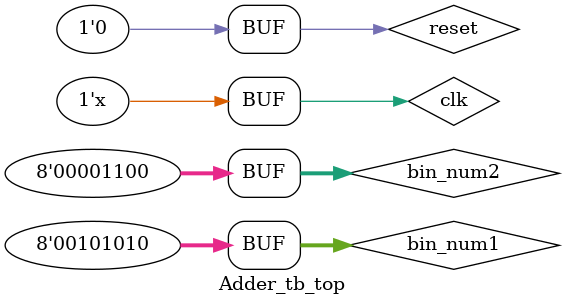
<source format=sv>
`timescale 1ns / 1ps


module Adder_tb_top();

    localparam NUM_TESTS = 30;

    reg clk = 0;
    reg reset = 0;

    reg [7:0] bin_num1 = 8'd42;
    reg [7:0] bin_num2 = 8'd12;

    wire [7:0] result_bin;


    Adder_tb dut(
        .clk                (clk),
        .reset              (reset),
        .seed               (8'd84),        // For select line SNG
        .bin_num1           (bin_num1),
        .bin_num2           (bin_num2),
        .result_bin         (result_bin)
    );

    // Apply test data
    initial begin
        reset = 1;
        #10;

        // Run test 30 times with same data
        for (int i=0; i<NUM_TESTS; i=i+1) begin
            // Set inputs
            reset = 1;

            // Hold reset for 2 clks
            #40;
            reset = 0;

            // Wait 255 clock cycles
            #5100;
        end
    end

    always begin
        #10;
        clk = ~clk;
    end

endmodule

</source>
